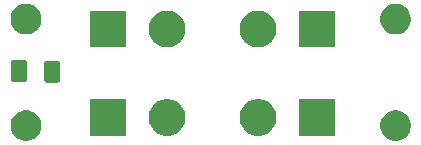
<source format=gbr>
G04 #@! TF.GenerationSoftware,KiCad,Pcbnew,5.1.2-f72e74a~84~ubuntu18.04.1*
G04 #@! TF.CreationDate,2019-09-15T12:12:38+02:00*
G04 #@! TF.ProjectId,Xt30_Hub,58743330-5f48-4756-922e-6b696361645f,rev?*
G04 #@! TF.SameCoordinates,Original*
G04 #@! TF.FileFunction,Soldermask,Bot*
G04 #@! TF.FilePolarity,Negative*
%FSLAX46Y46*%
G04 Gerber Fmt 4.6, Leading zero omitted, Abs format (unit mm)*
G04 Created by KiCad (PCBNEW 5.1.2-f72e74a~84~ubuntu18.04.1) date 2019-09-15 12:12:38*
%MOMM*%
%LPD*%
G04 APERTURE LIST*
%ADD10C,0.100000*%
G04 APERTURE END LIST*
D10*
G36*
X130884687Y-96716796D02*
G01*
X131121453Y-96814868D01*
X131121455Y-96814869D01*
X131334539Y-96957247D01*
X131515753Y-97138461D01*
X131658132Y-97351547D01*
X131756204Y-97588313D01*
X131806200Y-97839661D01*
X131806200Y-98095939D01*
X131756204Y-98347287D01*
X131693552Y-98498541D01*
X131658131Y-98584055D01*
X131515753Y-98797139D01*
X131334539Y-98978353D01*
X131121455Y-99120731D01*
X131121454Y-99120732D01*
X131121453Y-99120732D01*
X130884687Y-99218804D01*
X130633339Y-99268800D01*
X130377061Y-99268800D01*
X130125713Y-99218804D01*
X129888947Y-99120732D01*
X129888946Y-99120732D01*
X129888945Y-99120731D01*
X129675861Y-98978353D01*
X129494647Y-98797139D01*
X129352269Y-98584055D01*
X129316848Y-98498541D01*
X129254196Y-98347287D01*
X129204200Y-98095939D01*
X129204200Y-97839661D01*
X129254196Y-97588313D01*
X129352268Y-97351547D01*
X129494647Y-97138461D01*
X129675861Y-96957247D01*
X129888945Y-96814869D01*
X129888947Y-96814868D01*
X130125713Y-96716796D01*
X130377061Y-96666800D01*
X130633339Y-96666800D01*
X130884687Y-96716796D01*
X130884687Y-96716796D01*
G37*
G36*
X162177487Y-96716796D02*
G01*
X162414253Y-96814868D01*
X162414255Y-96814869D01*
X162627339Y-96957247D01*
X162808553Y-97138461D01*
X162950932Y-97351547D01*
X163049004Y-97588313D01*
X163099000Y-97839661D01*
X163099000Y-98095939D01*
X163049004Y-98347287D01*
X162986352Y-98498541D01*
X162950931Y-98584055D01*
X162808553Y-98797139D01*
X162627339Y-98978353D01*
X162414255Y-99120731D01*
X162414254Y-99120732D01*
X162414253Y-99120732D01*
X162177487Y-99218804D01*
X161926139Y-99268800D01*
X161669861Y-99268800D01*
X161418513Y-99218804D01*
X161181747Y-99120732D01*
X161181746Y-99120732D01*
X161181745Y-99120731D01*
X160968661Y-98978353D01*
X160787447Y-98797139D01*
X160645069Y-98584055D01*
X160609648Y-98498541D01*
X160546996Y-98347287D01*
X160497000Y-98095939D01*
X160497000Y-97839661D01*
X160546996Y-97588313D01*
X160645068Y-97351547D01*
X160787447Y-97138461D01*
X160968661Y-96957247D01*
X161181745Y-96814869D01*
X161181747Y-96814868D01*
X161418513Y-96716796D01*
X161669861Y-96666800D01*
X161926139Y-96666800D01*
X162177487Y-96716796D01*
X162177487Y-96716796D01*
G37*
G36*
X142742786Y-95772603D02*
G01*
X142892611Y-95802405D01*
X143174875Y-95919322D01*
X143428906Y-96089060D01*
X143644942Y-96305096D01*
X143814680Y-96559127D01*
X143931597Y-96841391D01*
X143991201Y-97141041D01*
X143991201Y-97446561D01*
X143931597Y-97746211D01*
X143814680Y-98028475D01*
X143644942Y-98282506D01*
X143428906Y-98498542D01*
X143174875Y-98668280D01*
X142892611Y-98785197D01*
X142832574Y-98797139D01*
X142592962Y-98844801D01*
X142287440Y-98844801D01*
X142047828Y-98797139D01*
X141987791Y-98785197D01*
X141705527Y-98668280D01*
X141451496Y-98498542D01*
X141235460Y-98282506D01*
X141065722Y-98028475D01*
X140948805Y-97746211D01*
X140889201Y-97446561D01*
X140889201Y-97141041D01*
X140948805Y-96841391D01*
X141065722Y-96559127D01*
X141235460Y-96305096D01*
X141451496Y-96089060D01*
X141705527Y-95919322D01*
X141987791Y-95802405D01*
X142137616Y-95772603D01*
X142287440Y-95742801D01*
X142592962Y-95742801D01*
X142742786Y-95772603D01*
X142742786Y-95772603D01*
G37*
G36*
X156702201Y-98844801D02*
G01*
X153600201Y-98844801D01*
X153600201Y-95742801D01*
X156702201Y-95742801D01*
X156702201Y-98844801D01*
X156702201Y-98844801D01*
G37*
G36*
X150453786Y-95772603D02*
G01*
X150603611Y-95802405D01*
X150885875Y-95919322D01*
X151139906Y-96089060D01*
X151355942Y-96305096D01*
X151525680Y-96559127D01*
X151642597Y-96841391D01*
X151702201Y-97141041D01*
X151702201Y-97446561D01*
X151642597Y-97746211D01*
X151525680Y-98028475D01*
X151355942Y-98282506D01*
X151139906Y-98498542D01*
X150885875Y-98668280D01*
X150603611Y-98785197D01*
X150543574Y-98797139D01*
X150303962Y-98844801D01*
X149998440Y-98844801D01*
X149758828Y-98797139D01*
X149698791Y-98785197D01*
X149416527Y-98668280D01*
X149162496Y-98498542D01*
X148946460Y-98282506D01*
X148776722Y-98028475D01*
X148659805Y-97746211D01*
X148600201Y-97446561D01*
X148600201Y-97141041D01*
X148659805Y-96841391D01*
X148776722Y-96559127D01*
X148946460Y-96305096D01*
X149162496Y-96089060D01*
X149416527Y-95919322D01*
X149698791Y-95802405D01*
X149848616Y-95772603D01*
X149998440Y-95742801D01*
X150303962Y-95742801D01*
X150453786Y-95772603D01*
X150453786Y-95772603D01*
G37*
G36*
X138991201Y-98844801D02*
G01*
X135889201Y-98844801D01*
X135889201Y-95742801D01*
X138991201Y-95742801D01*
X138991201Y-98844801D01*
X138991201Y-98844801D01*
G37*
G36*
X133239604Y-92474147D02*
G01*
X133276144Y-92485232D01*
X133309821Y-92503233D01*
X133339341Y-92527459D01*
X133363567Y-92556979D01*
X133381568Y-92590656D01*
X133392653Y-92627196D01*
X133397000Y-92671338D01*
X133397000Y-94120262D01*
X133392653Y-94164404D01*
X133381568Y-94200944D01*
X133363567Y-94234621D01*
X133339341Y-94264141D01*
X133309821Y-94288367D01*
X133276144Y-94306368D01*
X133239604Y-94317453D01*
X133195462Y-94321800D01*
X132246538Y-94321800D01*
X132202396Y-94317453D01*
X132165856Y-94306368D01*
X132132179Y-94288367D01*
X132102659Y-94264141D01*
X132078433Y-94234621D01*
X132060432Y-94200944D01*
X132049347Y-94164404D01*
X132045000Y-94120262D01*
X132045000Y-92671338D01*
X132049347Y-92627196D01*
X132060432Y-92590656D01*
X132078433Y-92556979D01*
X132102659Y-92527459D01*
X132132179Y-92503233D01*
X132165856Y-92485232D01*
X132202396Y-92474147D01*
X132246538Y-92469800D01*
X133195462Y-92469800D01*
X133239604Y-92474147D01*
X133239604Y-92474147D01*
G37*
G36*
X130439604Y-92423347D02*
G01*
X130476144Y-92434432D01*
X130509821Y-92452433D01*
X130539341Y-92476659D01*
X130563567Y-92506179D01*
X130581568Y-92539856D01*
X130592653Y-92576396D01*
X130597000Y-92620538D01*
X130597000Y-94069462D01*
X130592653Y-94113604D01*
X130581568Y-94150144D01*
X130563567Y-94183821D01*
X130539341Y-94213341D01*
X130509821Y-94237567D01*
X130476144Y-94255568D01*
X130439604Y-94266653D01*
X130395462Y-94271000D01*
X129446538Y-94271000D01*
X129402396Y-94266653D01*
X129365856Y-94255568D01*
X129332179Y-94237567D01*
X129302659Y-94213341D01*
X129278433Y-94183821D01*
X129260432Y-94150144D01*
X129249347Y-94113604D01*
X129245000Y-94069462D01*
X129245000Y-92620538D01*
X129249347Y-92576396D01*
X129260432Y-92539856D01*
X129278433Y-92506179D01*
X129302659Y-92476659D01*
X129332179Y-92452433D01*
X129365856Y-92434432D01*
X129402396Y-92423347D01*
X129446538Y-92419000D01*
X130395462Y-92419000D01*
X130439604Y-92423347D01*
X130439604Y-92423347D01*
G37*
G36*
X156702201Y-91340801D02*
G01*
X153600201Y-91340801D01*
X153600201Y-88238801D01*
X156702201Y-88238801D01*
X156702201Y-91340801D01*
X156702201Y-91340801D01*
G37*
G36*
X142742786Y-88268603D02*
G01*
X142892611Y-88298405D01*
X143174875Y-88415322D01*
X143428906Y-88585060D01*
X143644942Y-88801096D01*
X143814680Y-89055127D01*
X143931597Y-89337391D01*
X143991201Y-89637041D01*
X143991201Y-89942561D01*
X143931597Y-90242211D01*
X143814680Y-90524475D01*
X143644942Y-90778506D01*
X143428906Y-90994542D01*
X143174875Y-91164280D01*
X142892611Y-91281197D01*
X142742786Y-91310999D01*
X142592962Y-91340801D01*
X142287440Y-91340801D01*
X142137616Y-91310999D01*
X141987791Y-91281197D01*
X141705527Y-91164280D01*
X141451496Y-90994542D01*
X141235460Y-90778506D01*
X141065722Y-90524475D01*
X140948805Y-90242211D01*
X140889201Y-89942561D01*
X140889201Y-89637041D01*
X140948805Y-89337391D01*
X141065722Y-89055127D01*
X141235460Y-88801096D01*
X141451496Y-88585060D01*
X141705527Y-88415322D01*
X141987791Y-88298405D01*
X142137616Y-88268603D01*
X142287440Y-88238801D01*
X142592962Y-88238801D01*
X142742786Y-88268603D01*
X142742786Y-88268603D01*
G37*
G36*
X150453786Y-88268603D02*
G01*
X150603611Y-88298405D01*
X150885875Y-88415322D01*
X151139906Y-88585060D01*
X151355942Y-88801096D01*
X151525680Y-89055127D01*
X151642597Y-89337391D01*
X151702201Y-89637041D01*
X151702201Y-89942561D01*
X151642597Y-90242211D01*
X151525680Y-90524475D01*
X151355942Y-90778506D01*
X151139906Y-90994542D01*
X150885875Y-91164280D01*
X150603611Y-91281197D01*
X150453786Y-91310999D01*
X150303962Y-91340801D01*
X149998440Y-91340801D01*
X149848616Y-91310999D01*
X149698791Y-91281197D01*
X149416527Y-91164280D01*
X149162496Y-90994542D01*
X148946460Y-90778506D01*
X148776722Y-90524475D01*
X148659805Y-90242211D01*
X148600201Y-89942561D01*
X148600201Y-89637041D01*
X148659805Y-89337391D01*
X148776722Y-89055127D01*
X148946460Y-88801096D01*
X149162496Y-88585060D01*
X149416527Y-88415322D01*
X149698791Y-88298405D01*
X149848616Y-88268603D01*
X149998440Y-88238801D01*
X150303962Y-88238801D01*
X150453786Y-88268603D01*
X150453786Y-88268603D01*
G37*
G36*
X138991201Y-91340801D02*
G01*
X135889201Y-91340801D01*
X135889201Y-88238801D01*
X138991201Y-88238801D01*
X138991201Y-91340801D01*
X138991201Y-91340801D01*
G37*
G36*
X130884687Y-87699796D02*
G01*
X131121453Y-87797868D01*
X131121455Y-87797869D01*
X131334539Y-87940247D01*
X131515753Y-88121461D01*
X131658132Y-88334547D01*
X131756204Y-88571313D01*
X131806200Y-88822661D01*
X131806200Y-89078939D01*
X131756204Y-89330287D01*
X131658132Y-89567053D01*
X131658131Y-89567055D01*
X131515753Y-89780139D01*
X131334539Y-89961353D01*
X131121455Y-90103731D01*
X131121454Y-90103732D01*
X131121453Y-90103732D01*
X130884687Y-90201804D01*
X130633339Y-90251800D01*
X130377061Y-90251800D01*
X130125713Y-90201804D01*
X129888947Y-90103732D01*
X129888946Y-90103732D01*
X129888945Y-90103731D01*
X129675861Y-89961353D01*
X129494647Y-89780139D01*
X129352269Y-89567055D01*
X129352268Y-89567053D01*
X129254196Y-89330287D01*
X129204200Y-89078939D01*
X129204200Y-88822661D01*
X129254196Y-88571313D01*
X129352268Y-88334547D01*
X129494647Y-88121461D01*
X129675861Y-87940247D01*
X129888945Y-87797869D01*
X129888947Y-87797868D01*
X130125713Y-87699796D01*
X130377061Y-87649800D01*
X130633339Y-87649800D01*
X130884687Y-87699796D01*
X130884687Y-87699796D01*
G37*
G36*
X162177487Y-87699796D02*
G01*
X162414253Y-87797868D01*
X162414255Y-87797869D01*
X162627339Y-87940247D01*
X162808553Y-88121461D01*
X162950932Y-88334547D01*
X163049004Y-88571313D01*
X163099000Y-88822661D01*
X163099000Y-89078939D01*
X163049004Y-89330287D01*
X162950932Y-89567053D01*
X162950931Y-89567055D01*
X162808553Y-89780139D01*
X162627339Y-89961353D01*
X162414255Y-90103731D01*
X162414254Y-90103732D01*
X162414253Y-90103732D01*
X162177487Y-90201804D01*
X161926139Y-90251800D01*
X161669861Y-90251800D01*
X161418513Y-90201804D01*
X161181747Y-90103732D01*
X161181746Y-90103732D01*
X161181745Y-90103731D01*
X160968661Y-89961353D01*
X160787447Y-89780139D01*
X160645069Y-89567055D01*
X160645068Y-89567053D01*
X160546996Y-89330287D01*
X160497000Y-89078939D01*
X160497000Y-88822661D01*
X160546996Y-88571313D01*
X160645068Y-88334547D01*
X160787447Y-88121461D01*
X160968661Y-87940247D01*
X161181745Y-87797869D01*
X161181747Y-87797868D01*
X161418513Y-87699796D01*
X161669861Y-87649800D01*
X161926139Y-87649800D01*
X162177487Y-87699796D01*
X162177487Y-87699796D01*
G37*
M02*

</source>
